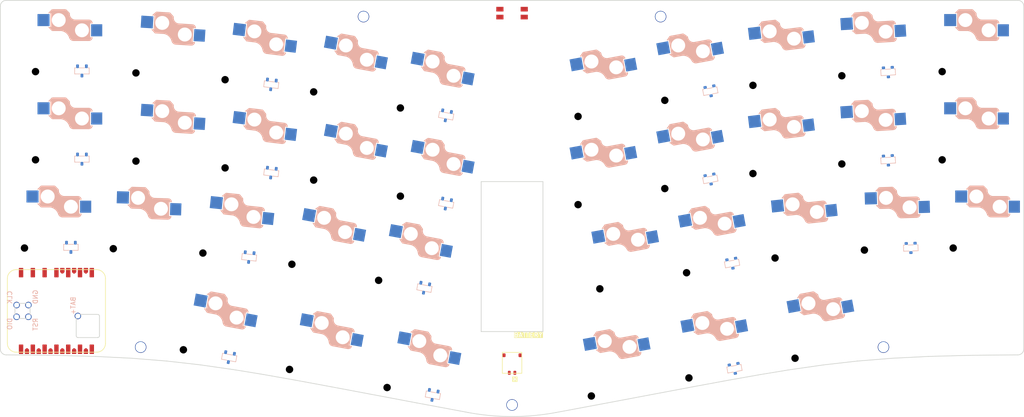
<source format=kicad_pcb>
(kicad_pcb (version 20241229) (generator "pcbnew") (generator_version "9.0")
  (title_block (title "motive") (rev "v1.0.0") (company "Unknown"))
  (layers (0 "F.Cu" signal) (2 "B.Cu" signal) (13 "F.Paste" user) (15 "B.Paste" user) (5 "F.SilkS" user) (7 "B.SilkS" user) (1 "F.Mask" user) (3 "B.Mask" user) (25 "Edge.Cuts" user))
  (net 0 "")
  (net 1 "P0.02")
  (net 2 "P0.03")
  (net 3 "P0.28")
  (net 4 "P0.29")
  (net 5 "P0.04")
  (net 6 "P0.05")
  (net 7 "P1.11")
  (net 8 "P1.12")
  (net 9 "P1.13")
  (net 10 "P1.14")
  (net 11 "P1.15")
  (net 12 "3V3")
  (net 13 "GND")
  (net 14 "5V")
  (net 15 "P0.15")
  (net 16 "P0.19")
  (net 17 "P1.01")
  (net 18 "P0.09")
  (net 19 "P0.10")
  (net 20 "P0.31")
  (net 21 "P1.03")
  (net 22 "P1.05")
  (net 23 "P1.07")
  (net 24 "DIO")
  (net 25 "CLK")
  (net 26 "RST")
  (net 27 "BAT+")
  (net 28 "C3")
  (net 29 "flex_thumb")
  (net 30 "mirror_flex_thumb")
  (net 31 "C4")
  (net 32 "base_thumb")
  (net 33 "mirror_base_thumb")
  (net 34 "C2")
  (net 35 "w_top")
  (net 36 "e_top")
  (net 37 "r_top")
  (net 38 "C5")
  (net 39 "t_top")
  (net 40 "mirror_w_top")
  (net 41 "mirror_e_top")
  (net 42 "mirror_r_top")
  (net 43 "mirror_t_top")
  (net 44 "s_home")
  (net 45 "d_home")
  (net 46 "f_home")
  (net 47 "g_home")
  (net 48 "mirror_s_home")
  (net 49 "mirror_d_home")
  (net 50 "mirror_f_home")
  (net 51 "mirror_g_home")
  (net 52 "C1")
  (net 53 "z_bottom")
  (net 54 "x_bottom")
  (net 55 "c_bottom")
  (net 56 "v_bottom")
  (net 57 "b_bottom")
  (net 58 "mirror_z_bottom")
  (net 59 "mirror_x_bottom")
  (net 60 "mirror_c_bottom")
  (net 61 "mirror_v_bottom")
  (net 62 "mirror_b_bottom")
  (net 63 "q_top")
  (net 64 "mirror_q_top")
  (net 65 "a_home")
  (net 66 "mirror_a_home")
  (net 67 "ext_thumb")
  (net 68 "mirror_ext_thumb")
  (net 69 "R1")
  (net 70 "R2")
  (net 71 "R3")
  (net 72 "R4")
  (net 73 "RAW")
  (footprint "sw_choc_1.25u" (layer "F.Cu") (at 195.298199 19)
    (property "Reference" "SW34" (hide yes))
    (property "Value" "")
    (pad "" np_thru_hole circle (at -5.5 0) (size 1.9 1.9) (drill 1.9) (layers "*.Cu"))
    (pad "" np_thru_hole circle (at -5 5.15) (size 1.6 1.6) (drill 1.6) (layers "*.Mask"))
    (pad "" np_thru_hole circle (at 0 -5.95) (size 3 3) (drill 3) (layers "*.Cu" "*.Mask"))
    (pad "" np_thru_hole circle (at 0 0) (size 5 5) (drill 5) (layers "*.Cu"))
    (pad "" np_thru_hole circle (at 5 -3.75 195) (size 3 3) (drill 3) (layers "*.Cu" "*.Mask"))
    (pad "" np_thru_hole circle (at 5.5 0) (size 1.9 1.9) (drill 1.9) (layers "*.Cu"))
    (pad "1" smd rect (at -3.275 -5.95) (size 2.6 2.6) (layers "B.Cu" "B.Mask" "B.Paste") (net 52 "C1"))
    (pad "2" smd rect (at 8.175 -3.75) (size 2.4 2.6) (layers "B.Cu" "B.Mask" "B.Paste") (net 66 "mirror_a_home"))
  )
  (footprint "sw_choc_1.25u" (layer "F.Cu") (at 195.298199 0)
    (property "Reference" "SW32" (hide yes))
    (property "Value" "")
    (pad "" np_thru_hole circle (at -5.5 0) (size 1.9 1.9) (drill 1.9) (layers "*.Cu"))
    (pad "" np_thru_hole circle (at -5 5.15) (size 1.6 1.6) (drill 1.6) (layers "*.Mask"))
    (pad "" np_thru_hole circle (at 0 -5.95) (size 3 3) (drill 3) (layers "*.Cu" "*.Mask"))
    (pad "" np_thru_hole circle (at 0 0) (size 5 5) (drill 5) (layers "*.Cu"))
    (pad "" np_thru_hole circle (at 5 -3.75 195) (size 3 3) (drill 3) (layers "*.Cu" "*.Mask"))
    (pad "" np_thru_hole circle (at 5.5 0) (size 1.9 1.9) (drill 1.9) (layers "*.Cu"))
    (pad "1" smd rect (at -3.275 -5.95) (size 2.6 2.6) (layers "B.Cu" "B.Mask" "B.Paste") (net 52 "C1"))
    (pad "2" smd rect (at 8.175 -3.75) (size 2.4 2.6) (layers "B.Cu" "B.Mask" "B.Paste") (net 64 "mirror_q_top"))
  )
  (footprint "sw_choc_1u" (layer "F.Cu") (at 153.871691 21.388493 7)
    (property "Reference" "SW18" (hide yes))
    (property "Value" "")
    (pad "" np_thru_hole circle (at -5.5 0 7) (size 1.9 1.9) (drill 1.9) (layers "*.Cu"))
    (pad "" np_thru_hole circle (at -5 5.15 7) (size 1.6 1.6) (drill 1.6) (layers "*.Mask"))
    (pad "" np_thru_hole circle (at 0 -5.95 7) (size 3 3) (drill 3) (layers "*.Cu" "*.Mask"))
    (pad "" np_thru_hole circle (at 0 0 7) (size 5 5) (drill 5) (layers "*.Cu"))
    (pad "" np_thru_hole circle (at 5 -3.75 202) (size 3 3) (drill 3) (layers "*.Cu" "*.Mask"))
    (pad "" np_thru_hole circle (at 5.5 0 7) (size 1.9 1.9) (drill 1.9) (layers "*.Cu"))
    (pad "1" smd rect (at -3.275 -5.95 7) (size 2.6 2.6) (layers "B.Cu" "B.Mask" "B.Paste") (net 28 "C3"))
    (pad "2" smd rect (at 8.175 -3.75 7) (size 2.4 2.6) (layers "B.Cu" "B.Mask" "B.Paste") (net 49 "mirror_d_home"))
  )
  (footprint "sw_choc_1u" (layer "F.Cu") (at 16.910685 38.294547 -1.75)
    (property "Reference" "SW22" (hide yes))
    (property "Value" "")
    (pad "" np_thru_hole circle (at -5.5 0 358.25) (size 1.9 1.9) (drill 1.9) (layers "*.Cu"))
    (pad "" np_thru_hole circle (at -5 5.15 358.25) (size 1.6 1.6) (drill 1.6) (layers "*.Mask"))
    (pad "" np_thru_hole circle (at 0 -5.95 358.25) (size 3 3) (drill 3) (layers "*.Cu" "*.Mask"))
    (pad "" np_thru_hole circle (at 0 0 358.25) (size 5 5) (drill 5) (layers "*.Cu"))
    (pad "" np_thru_hole circle (at 5 -3.75 193.25) (size 3 3) (drill 3) (layers "*.Cu" "*.Mask"))
    (pad "" np_thru_hole circle (at 5.5 0 358.25) (size 1.9 1.9) (drill 1.9) (layers "*.Cu"))
    (pad "1" smd rect (at -3.275 -5.95 358.25) (size 2.6 2.6) (layers "B.Cu" "B.Mask" "B.Paste") (net 34 "C2"))
    (pad "2" smd rect (at 8.175 -3.75 358.25) (size 2.4 2.6) (layers "B.Cu" "B.Mask" "B.Paste") (net 54 "x_bottom"))
  )
  (footprint "sw_choc_1u" (layer "F.Cu") (at 41.426508 21.388493 -7)
    (property "Reference" "SW14" (hide yes))
    (property "Value" "")
    (pad "" np_thru_hole circle (at -5.5 0 353) (size 1.9 1.9) (drill 1.9) (layers "*.Cu"))
    (pad "" np_thru_hole circle (at -5 5.15 353) (size 1.6 1.6) (drill 1.6) (layers "*.Mask"))
    (pad "" np_thru_hole circle (at 0 -5.95 353) (size 3 3) (drill 3) (layers "*.Cu" "*.Mask"))
    (pad "" np_thru_hole circle (at 0 0 353) (size 5 5) (drill 5) (layers "*.Cu"))
    (pad "" np_thru_hole circle (at 5 -3.75 188) (size 3 3) (drill 3) (layers "*.Cu" "*.Mask"))
    (pad "" np_thru_hole circle (at 5.5 0 353) (size 1.9 1.9) (drill 1.9) (layers "*.Cu"))
    (pad "1" smd rect (at -3.275 -5.95 353) (size 2.6 2.6) (layers "B.Cu" "B.Mask" "B.Paste") (net 28 "C3"))
    (pad "2" smd rect (at 8.175 -3.75 353) (size 2.4 2.6) (layers "B.Cu" "B.Mask" "B.Paste") (net 45 "d_home"))
  )
  (footprint "sw_choc_1u" (layer "F.Cu") (at 56.079836 42.497808 -10.5)
    (property "Reference" "SW24" (hide yes))
    (property "Value" "")
    (pad "" np_thru_hole circle (at -5.5 0 349.5) (size 1.9 1.9) (drill 1.9) (layers "*.Cu"))
    (pad "" np_thru_hole circle (at -5 5.15 349.5) (size 1.6 1.6) (drill 1.6) (layers "*.Mask"))
    (pad "" np_thru_hole circle (at 0 -5.95 349.5) (size 3 3) (drill 3) (layers "*.Cu" "*.Mask"))
    (pad "" np_thru_hole circle (at 0 0 349.5) (size 5 5) (drill 5) (layers "*.Cu"))
    (pad "" np_thru_hole circle (at 5 -3.75 184.5) (size 3 3) (drill 3) (layers "*.Cu" "*.Mask"))
    (pad "" np_thru_hole circle (at 5.5 0 349.5) (size 1.9 1.9) (drill 1.9) (layers "*.Cu"))
    (pad "1" smd rect (at -3.275 -5.95 349.5) (size 2.6 2.6) (layers "B.Cu" "B.Mask" "B.Paste") (net 31 "C4"))
    (pad "2" smd rect (at 8.175 -3.75 349.5) (size 2.4 2.6) (layers "B.Cu" "B.Mask" "B.Paste") (net 56 "v_bottom"))
  )
  (footprint "sw_choc_1u" (layer "F.Cu") (at 60.770097 24.365756 -10.5)
    (property "Reference" "SW15" (hide yes))
    (property "Value" "")
    (pad "" np_thru_hole circle (at -5.5 0 349.5) (size 1.9 1.9) (drill 1.9) (layers "*.Cu"))
    (pad "" np_thru_hole circle (at -5 5.15 349.5) (size 1.6 1.6) (drill 1.6) (layers "*.Mask"))
    (pad "" np_thru_hole circle (at 0 -5.95 349.5) (size 3 3) (drill 3) (layers "*.Cu" "*.Mask"))
    (pad "" np_thru_hole circle (at 0 0 349.5) (size 5 5) (drill 5) (layers "*.Cu"))
    (pad "" np_thru_hole circle (at 5 -3.75 184.5) (size 3 3) (drill 3) (layers "*.Cu" "*.Mask"))
    (pad "" np_thru_hole circle (at 5.5 0 349.5) (size 1.9 1.9) (drill 1.9) (layers "*.Cu"))
    (pad "1" smd rect (at -3.275 -5.95 349.5) (size 2.6 2.6) (layers "B.Cu" "B.Mask" "B.Paste") (net 31 "C4"))
    (pad "2" smd rect (at 8.175 -3.75 349.5) (size 2.4 2.6) (layers "B.Cu" "B.Mask" "B.Paste") (net 46 "f_home"))
  )
  (footprint "xiao_plus_smd_prod" (layer "F.Cu") (at -0.4995 56.7 90)
    (property "Reference" "MCU1" (hide yes))
    (property "Value" "")
    (fp_line (start -1.244 -8.9275) (end 1.244 -8.9275) (stroke (width 0.15)) (layer "Edge.Cuts"))
    (fp_line (start 1.625 -8.5465) (end 1.625 -6.0585) (stroke (width 0.15)) (layer "Edge.Cuts"))
    (fp_line (start -1.625 -6.0585) (end -1.625 -8.5465) (stroke (width 0.15)) (layer "Edge.Cuts"))
    (fp_line (start 1.244 -5.6775) (end -1.244 -5.6775) (stroke (width 0.15)) (layer "Edge.Cuts"))
    (fp_line (start -5.35692 4.2702) (end -1.11892 4.2702) (stroke (width 0.15)) (layer "Edge.Cuts"))
    (fp_line (start -0.73792 4.6512) (end -0.73792 8.8892) (stroke (width 0.15)) (layer "Edge.Cuts"))
    (fp_line (start -5.73792 8.8892) (end -5.73792 4.6512) (stroke (width 0.15)) (layer "Edge.Cuts"))
    (fp_line (start -1.11892 9.2702) (end -5.35692 9.2702) (stroke (width 0.15)) (layer "Edge.Cuts"))
    (fp_arc (start 1.244 -8.9275) (mid 1.513408 -8.815908) (end 1.625 -8.5465) (stroke (width 0.15)) (layer "Edge.Cuts"))
    (fp_arc (start -1.625 -8.5465) (mid -1.513408 -8.815908) (end -1.244 -8.9275) (stroke (width 0.15)) (layer "Edge.Cuts"))
    (fp_arc (start 1.625 -6.0585) (mid 1.513408 -5.789092) (end 1.244 -5.6775) (stroke (width 0.15)) (layer "Edge.Cuts"))
    (fp_arc (start -1.244 -5.6775) (mid -1.513408 -5.789093) (end -1.624999 -6.058501) (stroke (width 0.15)) (layer "Edge.Cuts"))
    (fp_arc (start -1.11892 4.2702) (mid -0.849512 4.381792) (end -0.73792 4.6512) (stroke (width 0.15)) (layer "Edge.Cuts"))
    (fp_arc (start -5.73792 4.6512) (mid -5.626328 4.381792) (end -5.35692 4.2702) (stroke (width 0.15)) (layer "Edge.Cuts"))
    (fp_arc (start -0.73792 8.8892) (mid -0.849512 9.158608) (end -1.11892 9.2702) (stroke (width 0.15)) (layer "Edge.Cuts"))
    (fp_arc (start -5.35692 9.2702) (mid -5.626328 9.158608) (end -5.73792 8.8892) (stroke (width 0.15)) (layer "Edge.Cuts"))
    (fp_text user "GND    RST" (at 4.644429 -3.932189 90) (layer "B.SilkS") (effects (justify left bottom mirror)))
    (fp_text user "CLK    DIO" (at 4.423684 -9.462446 90) (layer "B.SilkS") (effects (justify left bottom mirror)))
    (fp_text user "BAT+" (at 3.153965 4.202883 90) (layer "B.SilkS") (effects (justify left bottom mirror)))
    (pad "1" smd roundrect (at -8.255 -7.6165 270) (size 2.032 0.95) (layers "F.Cu" "F.Mask" "F.Paste") (roundrect_rratio 0.1) (net 1 "P0.02"))
    (pad "2" smd roundrect (at -8.255 -5.0765 270) (size 2.032 0.95) (layers "F.Cu" "F.Mask" "F.Paste") (roundrect_rratio 0.1) (net 2 "P0.03"))
    (pad "3" smd roundrect (at -8.255 -2.5365 270) (size 2.032 0.95) (layers "F.Cu" "F.Mask" "F.Paste") (roundrect_rratio 0.1) (net 3 "P0.28"))
    (pad "4" smd roundrect (at -8.255 0.0035 270) (size 2.032 0.95) (layers "F.Cu" "F.Mask" "F.Paste") (roundrect_rratio 0.1) (net 4 "P0.29"))
    (pad "5" smd roundrect (at -8.255 2.5435 270) (size 2.032 0.95) (layers "F.Cu" "F.Mask" "F.Paste") (roundrect_rratio 0.1) (net 5 "P0.04"))
    (pad "6" smd roundrect (at -8.255 5.0835 270) (size 2.032 0.95) (layers "F.Cu" "F.Mask" "F.Paste") (roundrect_rratio 0.1) (net 6 "P0.05"))
    (pad "7" smd roundrect (at -8.255 7.6235 270) (size 2.032 0.95) (layers "F.Cu" "F.Mask" "F.Paste") (roundrect_rratio 0.1) (net 7 "P1.11"))
    (pad "8" smd roundrect (at 8.255 7.6235 90) (size 2.032 0.95) (layers "F.Cu" "F.Mask" "F.Paste") (roundrect_rratio 0.1) (net 8 "P1.12"))
    (pad "9" smd roundrect (at 8.255 5.0835 90) (size 2.032 0.95) (layers "F.Cu" "F.Mask" "F.Paste") (roundrect_rratio 0.1) (net 9 "P1.13"))
    (pad "10" smd roundrect (at 8.255 2.5435 90) (size 2.032 0.95) (layers "F.Cu" "F.Mask" "F.Paste") (roundrect_rratio 0.1) (net 10 "P1.14"))
    (pad "11" smd roundrect (at 8.255 0.0035 90) (size 2.032 0.95) (layers "F.Cu" "F.Mask" "F.Paste") (roundrect_rratio 0.1) (net 11 "P1.15"))
    (pad "12" smd roundrect (at 8.255 -2.5365 90) (size 2.032 0.95) (layers "F.Cu" "F.Mask" "F.Paste") (roundrect_rratio 0.1) (net 12 "3V3"))
    (pad "13" smd roundrect (at 8.255 -5.0765 90) (size 2.032 0.95) (layers "F.Cu" "F.Mask" "F.Paste") (roundrect_rratio 0.1) (net 13 "GND"))
    (pad "14" smd roundrect (at 8.255 -7.6165 90) (size 2.032 0.95) (layers "F.Cu" "F.Mask" "F.Paste") (roundrect_rratio 0.1) (net 14 "5V"))
    (pad "15" smd roundrect (at -8.655 -6.3465 270) (size 1.232 0.95) (layers "F.Cu" "F.Mask" "F.Paste") (roundrect_rratio 0.1) (chamfer_ratio 0.35) (chamfer top_left bottom_left) (net 15 "P0.15"))
    (pad "16" smd roundrect (at -8.655 -3.8065 270) (size 1.232 0.95) (layers "F.Cu" "F.Mask" "F.Paste") (roundrect_rratio 0.1) (chamfer_ratio 0.35) (chamfer top_left bottom_left) (net 16 "P0.19"))
    (pad "17" smd roundrect (at -8.655 -1.2665 270) (size 1.232 0.95) (layers "F.Cu" "F.Mask" "F.Paste") (roundrect_rratio 0.1) (chamfer_ratio 0.35) (chamfer top_left bottom_left) (net 17 "P1.01"))
    (pad "18" smd roundrect (at -8.655 1.2735 270) (size 1.232 0.95) (layers "F.Cu" "F.Mask" "F.Paste") (roundrect_rratio 0.1) (chamfer_ratio 0.35) (chamfer top_left bottom_left) (net 18 "P0.09"))
    (pad "19" smd roundrect (at -8.655 3.8135 270) (size 1.232 0.95) (layers "F.Cu" "F.Mask" "F.Paste") (roundrect_rratio 0.1) (chamfer_ratio 0.35) (chamfer top_left bottom_left) (net 19 "P0.10"))
    (pad "20" smd roundrect (at -8.655 6.3535 270) (size 1.232 0.95) (layers "F.Cu" "F.Mask" "F.Paste") (roundrect_rratio 0.1) (chamfer_ratio 0.35) (chamfer top_left bottom_left) (net 20 "P0.31"))
    (pad "21" smd roundrect (at 8.655 6.3535 90) (size 1.232 0.95) (layers "F.Cu" "F.Mask" "F.Paste") (roundrect_rratio 0.1) (chamfer_ratio 0.35) (chamfer top_left bottom_left) (net 21 "P1.03"))
    (pad "22" smd roundrect (at 8.655 3.8135 90) (size 1.232 0.95) (layers "F.Cu" "F.Mask" "F.Paste") (roundrect_rratio 0.1) (chamfer_ratio 0.35) (chamfer top_left bottom_left) (net 22 "P1.05"))
    (pad "23" smd roundrect (at 8.655 1.2735 90) (size 1.232 0.95) (layers "F.Cu" "F.Mask" "F.Paste") (roundrect_rratio 0.1) (chamfer_ratio 0.35) (chamfer top_left bottom_left) (net 23 "P1.07"))
    (pad "24" thru_hole circle (at -1.27 -8.5725 90) (size 1.397 1.397) (drill 1.016) (property pad_prop_castellated) (layers "*.Cu" "*.Mask") (net 24 "DIO"))
    (pad "25" thru_hole circle (at 1.27 -8.5725 90) (size 1.397 1.397) (drill 1.016) (property pad_prop_castellated) (layers "*.Cu" "*.Mask") (net 25 "CLK"))
    (pad "26" thru_hole circle (at -1.27 -6.0325 90) (size 1.397 1.397) (drill 1.016) (property pad_prop_castellated) (layers "*.Cu" "*.Mask") (net 26 "RST"))
    (pad "27" thru_hole circle (at 1.27 -6.0325 90) (size 1.397 1.397) (drill 1.016) (property pad_prop_castellated) (layers "*.Cu" "*.Mask") (net 13 "GND"))
    (pad "28" thru_hole circle (at -1.08792 4.6202 90) (size 1.397 1.397) (drill 1.016) (property pad_prop_castellated) (layers "*.Cu" "*.Mask") (net 27 "BAT+"))
  )
  (footprint "sw_choc_1u" (layer "F.Cu") (at 139.218364 42.497808 10.5)
    (property "Reference" "SW29" (hide yes))
    (property "Value" "")
    (pad "" np_thru_hole circle (at -5.5 0 10.5) (size 1.9 1.9) (drill 1.9) (layers "*.Cu"))
    (pad "" np_thru_hole circle (at -5 5.15 10.5) (size 1.6 1.6) (drill 1.6) (layers "*.Mask"))
    (pad "" np_thru_hole circle (at 0 -5.95 10.5) (size 3 3) (drill 3) (layers "*.Cu" "*.Mask"))
    (pad "" np_thru_hole circle (at 0 0 10.5) (size 5 5) (drill 5) (layers "*.Cu"))
    (pad "" np_thru_hole circle (at 5 -3.750001 205.5) (size 3 3) (drill 3) (layers "*.Cu" "*.Mask"))
    (pad "" np_thru_hole circle (at 5.5 0 10.5) (size 1.9 1.9) (drill 1.9) (layers "*.Cu"))
    (pad "1" smd rect (at -3.275 -5.95 10.5) (size 2.6 2.6) (layers "B.Cu" "B.Mask" "B.Paste") (net 31 "C4"))
    (pad "2" smd rect (at 8.175 -3.75 10.5) (size 2.4 2.6) (layers "B.Cu" "B.Mask" "B.Paste") (net 61 "mirror_v_bottom"))
  )
  (footprint "sw_choc_1u" (layer "F.Cu") (at 79.45194 8.828231 -10.5)
    (property "Reference" "SW8" (hide yes))
    (property "Value" "")
    (pad "" np_thru_hole circle (at -5.5 0 349.5) (size 1.9 1.9) (drill 1.9) (layers "*.Cu"))
    (pad "" np_thru_hole circle (at -5 5.15 349.5) (size 1.6 1.6) (drill 1.6) (layers "*.Mask"))
    (pad "" np_thru_hole circle (at 0 -5.95 349.5) (size 3 3) (drill 3) (layers "*.Cu" "*.Mask"))
    (pad "" np_thru_hole circle (at 0 0 349.5) (size 5 5) (drill 5) (layers "*.Cu"))
    (pad "" np_thru_hole circle (at 5 -3.75 184.5) (size 3 3) (drill 3) (layers "*.Cu" "*.Mask"))
    (pad "" np_thru_hole circle (at 5.5 0 349.5) (size 1.9 1.9) (drill 1.9) (layers "*.Cu"))
    (pad "1" smd rect (at -3.275 -5.95 349.5) (size 2.6 2.6) (layers "B.Cu" "B.Mask" "B.Paste") (net 38 "C5"))
    (pad "2" smd rect (at 8.175 -3.75 349.5) (size 2.4 2.6) (layers "B.Cu" "B.Mask" "B.Paste") (net 39 "t_top"))
  )
  (footprint "mounting_hole" (layer "F.Cu") (at 129.6491 -6.7)
    (property "Reference" "H2" (hide yes))
    (property "Value" "")
    (pad "" thru_hole circle (at 0 0 180) (size 2.46 2.46) (drill 2.2) (layers "*.Cu" "*.Mask"))
  )
  (footprint "sw_choc_1u" (layer "F.Cu") (at 197.673199 38)
    (property "Reference" "SW26" (hide yes))
    (property "Value" "")
    (pad "" np_thru_hole circle (at -5.5 0) (size 1.9 1.9) (drill 1.9) (layers "*.Cu"))
    (pad "" np_thru_hole circle (at -5 5.15) (size 1.6 1.6) (drill 1.6) (layers "*.Mask"))
    (pad "" np_thru_hole circle (at 0 -5.95) (size 3 3) (drill 3) (layers "*.Cu" "*.Mask"))
    (pad "" np_thru_hole circle (at 0 0) (size 5 5) (drill 5) (layers "*.Cu"))
    (pad "" np_thru_hole circle (at 5 -3.75 195) (size 3 3) (drill 3) (layers "*.Cu" "*.Mask"))
    (pad "" np_thru_hole circle (at 5.5 0) (size 1.9 1.9) (drill 1.9) (layers "*.Cu"))
    (pad "1" smd rect (at -3.275 -5.95) (size 2.6 2.6) (layers "B.Cu" "B.Mask" "B.Paste") (net 52 "C1"))
    (pad "2" smd rect (at 8.175 -3.75) (size 2.4 2.6) (layers "B.Cu" "B.Mask" "B.Paste") (net 58 "mirror_z_bottom"))
  )
  (footprint "sw_choc_1u" (layer "F.Cu") (at 173.360957 19.597681 3.5)
    (property "Reference" "SW17" (hide yes))
    (property "Value" "")
    (pad "" np_thru_hole circle (at -5.5 0 3.5) (size 1.9 1.9) (drill 1.9) (layers "*.Cu"))
    (pad "" np_thru_hole circle (at -5 5.15 3.5) (size 1.6 1.6) (drill 1.6) (layers "*.Mask"))
    (pad "" np_thru_hole circle (at 0 -5.95 3.5) (size 3 3) (drill 3) (layers "*.Cu" "*.Mask"))
    (pad "" np_thru_hole circle (at 0 0 3.5) (size 5 5) (drill 5) (layers "*.Cu"))
    (pad "" np_thru_hole circle (at 5 -3.75 198.5) (size 3 3) (drill 3) (layers "*.Cu" "*.Mask"))
    (pad "" np_thru_hole circle (at 5.5 0 3.5) (size 1.9 1.9) (drill 1.9) (layers "*.Cu"))
    (pad "1" smd rect (at -3.275 -5.95 3.5) (size 2.6 2.6) (layers "B.Cu" "B.Mask" "B.Paste") (net 34 "C2"))
    (pad "2" smd rect (at 8.175 -3.75 3.5) (size 2.4 2.6) (layers "B.Cu" "B.Mask" "B.Paste") (net 48 "mirror_s_home"))
  )
  (footprint "mounting_hole" (layer "F.Cu") (at 17.6491 64.5)
    (property "Reference" "H3" (hide yes))
    (property "Value" "")
    (pad "" thru_hole circle (at 0 0 180) (size 2.46 2.46) (drill 2.2) (layers "*.Cu" "*.Mask"))
  )
  (footprint "sw_choc_1.25u" (layer "F.Cu") (at 118.710645 69.04644 10.5)
    (property "Reference" "SW36" (hide yes))
    (property "Value" "")
    (pad "" np_thru_hole circle (at -5.5 0 10.5) (size 1.9 1.9) (drill 1.9) (layers "*.Cu"))
    (pad "" np_thru_hole circle (at -5 5.15 10.5) (size 1.6 1.6) (drill 1.6) (layers "*.Mask"))
    (pad "" np_thru_hole circle (at 0 -5.95 10.5) (size 3 3) (drill 3) (layers "*.Cu" "*.Mask"))
    (pad "" np_thru_hole circle (at 0 0 10.5) (size 5 5) (drill 5) (layers "*.Cu"))
    (pad "" np_thru_hole circle (at 5 -3.750001 205.5) (size 3 3) (drill 3) (layers "*.Cu" "*.Mask"))
    (pad "" np_thru_hole circle (at 5.5 0 10.5) (size 1.9 1.9) (drill 1.9) (layers "*.Cu"))
    (pad "1" smd rect (at -3.275 -5.95 10.5) (size 2.6 2.6) (layers "B.Cu" "B.Mask" "B.Paste") (net 38 "C5"))
    (pad "2" smd rect (at 8.175 -3.75 10.5) (size 2.4 2.6) (layers "B.Cu" "B.Mask" "B.Paste") (net 68 "mirror_ext_thumb"))
  )
  (footprint "sw_choc_1u" (layer "F.Cu") (at 139.727719 65.151156 10.5)
    (property "Reference" "SW4" (hide yes))
    (property "Value" "")
    (pad "" np_thru_hole circle (at -5.5 0 10.5) (size 1.9 1.9) (drill 1.9) (layers "*.Cu"))
    (pad "" np_thru_hole circle (at -5 5.15 10.5) (size 1.6 1.6) (drill 1.6) (layers "*.Mask"))
    (pad "" np_thru_hole circle (at 0 -5.95 10.5) (size 3 3) (drill 3) (layers "*.Cu" "*.Mask"))
    (pad "" np_thru_hole circle (at 0 0 10.5) (size 5 5) (drill 5) (layers "*.Cu"))
    (pad "" np_thru_hole circle (at 5 -3.750001 205.5) (size 3 3) (drill 3) (layers "*.Cu" "*.Mask"))
    (pad "" np_thru_hole circle (at 5.5 0 10.5) (size 1.9 1.9) (drill 1.9) (layers "*.Cu"))
    (pad "1" smd rect (at -3.275 -5.95 10.5) (size 2.6 2.6) (layers "B.Cu" "B.Mask" "B.Paste") (net 31 "C4"))
    (pad "2" smd rect (at 8.175 -3.75 10.5) (size 2.4 2.6) (layers "B.Cu" "B.Mask" "B.Paste") (net 33 "mirror_base_thumb"))
  )
  (footprint "sw_choc_1u" (layer "F.Cu") (at 60.770097 5.365756 -10.5)
    (property "Reference" "SW7" (hide yes))
    (property "Value" "")
    (pad "" np_thru_hole circle (at -5.5 0 349.5) (size 1.9 1.9) (drill 1.9) (layers "*.Cu"))
    (pad "" np_thru_hole circle (at -5 5.15 349.5) (size 1.6 1.6) (drill 1.6) (layers "*.Mask"))
    (pad "" np_thru_hole circle (at 0 -5.95 349.5) (size 3 3) (drill 3) (layers "*.Cu" "*.Mask"))
    (pad "" np_thru_hole circle (at 0 0 349.5) (size 5 5) (drill 5) (layers "*.Cu"))
    (pad "" np_thru_hole circle (at 5 -3.75 184.5) (size 3 3) (drill 3) (layers "*.Cu" "*.Mask"))
    (pad "" np_thru_hole circle (at 5.5 0 349.5) (size 1.9 1.9) (drill 1.9) (layers "*.Cu"))
    (pad "1" smd rect (at -3.275 -5.95 349.5) (size 2.6 2.6) (layers "B.Cu" "B.Mask" "B.Paste") (net 31 "C4"))
    (pad "2" smd rect (at 8.175 -3.75 349.5) (size 2.4 2.6) (layers "B.Cu" "B.Mask" "B.Paste") (net 37 "r_top"))
  )
  (footprint "sw_choc_1.25u" (layer "F.Cu") (at 0 19)
    (property "Reference" "SW33" (hide yes))
    (property "Value" "")
    (pad "" np_thru_hole circle (at -5.5 0) (size 1.9 1.9) (drill 1.9) (layers "*.Cu"))
    (pad "" np_thru_hole circle (at -5 5.15) (size 1.6 1.6) (drill 1.6) (layers "*.Mask"))
    (pad "" np_thru_hole circle (at 0 -5.95) (size 3 3) (drill 3) (layers "*.Cu" "*.Mask"))
    (pad "" np_thru_hole circle (at 0 0) (size 5 5) (drill 5) (layers "*.Cu"))
    (pad "" np_thru_hole circle (at 5 -3.75 195) (size 3 3) (drill 3) (layers "*.Cu" "*.Mask"))
    (pad "" np_thru_hole circle (at 5.5 0) (size 1.9 1.9) (drill 1.9) (layers "*.Cu"))
    (pad "1" smd rect (at -3.275 -5.95) (size 2.6 2.6) (layers "B.Cu" "B.Mask" "B.Paste") (net 52 "C1"))
    (pad "2" smd rect (at 8.175 -3.75) (size 2.4 2.6) (layers "B.Cu" "B.Mask" "B.Paste") (net 65 "a_home"))
  )
  (footprint "mounting_hole" (layer "F.Cu") (at 97.6491 76.949)
    (property "Reference" "H4" (hide yes))
    (property "Value" "")
    (pad "" thru_hole circle (at 0 0 180) (size 2.46 2.46) (drill 2.2) (layers "*.Cu" "*.Mask"))
  )
  (footprint "sw_choc_1u" (layer "F.Cu") (at 115.846259 27.828231 10.5)
    (property "Reference" "SW20" (hide yes))
    (property "Value" "")
    (pad "" np_thru_hole circle (at -5.5 0 10.5) (size 1.9 1.9) (drill 1.9) (layers "*.Cu"))
    (pad "" np_thru_hole circle (at -5 5.15 10.5) (size 1.6 1.6) (drill 1.6) (layers "*.Mask"))
    (pad "" np_thru_hole circle (at 0 -5.95 10.5) (size 3 3) (drill 3) (layers "*.Cu" "*.Mask"))
    (pad "" np_thru_hole circle (at 0 0 10.5) (size 5 5) (drill 5) (layers "*.Cu"))
    (pad "" np_thru_hole circle (at 5 -3.750001 205.5) (size 3 3) (drill 3) (layers "*.Cu" "*.Mask"))
    (pad "" np_thru_hole circle (at 5.5 0 10.5) (size 1.9 1.9) (drill 1.9) (layers "*.Cu"))
    (pad "1" smd rect (at -3.275 -5.95 10.5) (size 2.6 2.6) (layers "B.Cu" "B.Mask" "B.Paste") (net 38 "C5"))
    (pad "2" smd rect (at 8.175 -3.75 10.5) (size 2.4 2.6) (layers "B.Cu" "B.Mask" "B.Paste") (net 51 "mirror_g_home"))
  )
  (footprint "sw_choc_1u" (layer "F.Cu") (at 178.387514 38.294547 1.75)
    (property "Reference" "SW27" (hide yes))
    (property "Value" "")
    (pad "" np_thru_hole circle (at -5.5 0 1.75) (size 1.9 1.9) (drill 1.9) (layers "*.Cu"))
    (pad "" np_thru_hole circle (at -5 5.15 1.75) (size 1.6 1.6) (drill 1.6) (layers "*.Mask"))
    (pad "" np_thru_hole circle (at 0 -5.95 1.75) (size 3 3) (drill 3) (layers "*.Cu" "*.Mask"))
    (pad "" np_thru_hole circle (at 0 0 1.75) (size 5 5) (drill 5) (layers "*.Cu"))
    (pad "" np_thru_hole circle (at 5 -3.75 196.75) (size 3 3) (drill 3) (layers "*.Cu" "*.Mask"))
    (pad "" np_thru_hole circle (at 5.5 0 1.75) (size 1.9 1.9) (drill 1.9) (layers "*.Cu"))
    (pad "1" smd rect (at -3.275 -5.95 1.75) (size 2.6 2.6) (layers "B.Cu" "B.Mask" "B.Paste") (net 34 "C2"))
    (pad "2" smd rect (at 8.175 -3.75 1.75) (size 2.4 2.6) (layers "B.Cu" "B.Mask" "B.Paste") (net 59 "mirror_x_bottom"))
  )
  (footprint "sw_choc_1u" (layer "F.Cu") (at 41.426508 2.388493 -7)
    (property "Reference" "SW6" (hide yes))
    (property "Value" "")
    (pad "" np_thru_hole circle (at -5.5 0 353) (size 1.9 1.9) (drill 1.9) (layers "*.Cu"))
    (pad "" np_thru_hole circle (at -5 5.15 353) (size 1.6 1.6) (drill 1.6) (layers "*.Mask"))
    (pad "" np_thru_hole circle (at 0 -5.95 353) (size 3 3) (drill 3) (layers "*.Cu" "*.Mask"))
    (pad "" np_thru_hole circle (at 0 0 353) (size 5 5) (drill 5) (layers "*.Cu"))
    (pad "" np_thru_hole circle (at 5 -3.75 188) (size 3 3) (drill 3) (layers "*.Cu" "*.Mask"))
    (pad "" np_thru_hole circle (at 5.5 0 353) (size 1.9 1.9) (drill 1.9) (layers "*.Cu"))
    (pad "1" smd rect (at -3.275 -5.95 353) (size 2.6 2.6) (layers "B.Cu" "B.Mask" "B.Paste") (net 28 "C3"))
    (pad "2" smd rect (at 8.175 -3.75 353) (size 2.4 2.6) (layers "B.Cu" "B.Mask" "B.Paste") (net 36 "e_top"))
  )
  (footprint "sw_choc_1u" (layer "F.Cu") (at 36.575538 39.648093 -6.125)
    (property "Reference" "SW23" (hide yes))
    (property "Value" "")
    (pad "" np_thru_hole circle (at -5.5 0 353.875) (size 1.9 1.9) (drill 1.9) (layers "*.Cu"))
    (pad "" np_thru_hole circle (at -5 5.150001 353.875) (size 1.6 1.6) (drill 1.6) (layers "*.Mask"))
    (pad "" np_thru_hole circle (at 0 -5.95 353.875) (size 3 3) (drill 3) (layers "*.Cu" "*.Mask"))
    (pad "" np_thru_hole circle (at 0 0 353.875) (size 5 5) (drill 5) (layers "*.Cu"))
    (pad "" np_thru_hole circle (at 5 -3.75 188.875) (size 3 3) (drill 3) (layers "*.Cu" "*.Mask"))
    (pad "" np_thru_hole circle (at 5.5 0 353.875) (size 1.9 1.9) (drill 1.9) (layers "*.Cu"))
    (pad "1" smd rect (at -3.275 -5.95 353.875) (size 2.6 2.6) (layers "B.Cu" "B.Mask" "B.Paste") (net 28 "C3"))
    (pad "2" smd rect (at 8.175 -3.75 353.875) (size 2.4 2.6) (layers "B.Cu" "B.Mask" "B.Paste") (net 55 "c_bottom"))
  )
  (footprint "sw_choc_1u" (layer "F.Cu") (at 79.45194 27.828231 -10.5)
    (property "Reference" "SW16" (hide yes))
    (property "Value" "")
    (pad "" np_thru_hole circle (at -5.5 0 349.5) (size 1.9 1.9) (drill 1.9) (layers "*.Cu"))
    (pad "" np_thru_hole circle (at -5 5.15 349.5) (size 1.6 1.6) (drill 1.6) (layers "*.Mask"))
    (pad "" np_thru_hole circle (at 0 -5.95 349.5) (size 3 3) (drill 3) (layers "*.Cu" "*.Mask"))
    (pad "" np_thru_hole circle (at 0 0 349.5) (size 5 5) (drill 5) (layers "*.Cu"))
    (pad "" np_thru_hole circle (at 5 -3.75 184.5) (size 3 3) (drill 3) (layers "*.Cu" "*.Mask"))
    (pad "" np_thru_hole circle (at 5.5 0 349.5) (size 1.9 1.9) (drill 1.9) (layers "*.Cu"))
    (pad "1" smd rect (at -3.275 -5.95 349.5) (size 2.6 2.6) (layers "B.Cu" "B.Mask" "B.Paste") (net 38 "C5"))
    (pad "2" smd rect (at 8.175 -3.75 349.5) (size 2.4 2.6) (layers "B.Cu" "B.Mask" "B.Paste") (net 47 "g_home"))
  )
  (footprint "sw_choc_1u" (layer "F.Cu") (at 21.937242 19.597681 -3.5)
    (property "Reference" "SW13" (hide yes))
    (property "Value" "")
    (pad "" np_thru_hole circle (at -5.5 0 356.5) (size 1.9 1.9) (drill 1.9) (layers "*.Cu"))
    (pad "" np_thru_hole circle (at -5 5.15 356.5) (size 1.6 1.6) (drill 1.6) (layers "*.Mask"))
    (pad "" np_thru_hole circle (at 0 -5.95 356.5) (size 3 3) (drill 3) (layers "*.Cu" "*.Mask"))
    (pad "" np_thru_hole circle (at 0 0 356.5) (size 5 5) (drill 5) (layers "*.Cu"))
    (pad "" np_thru_hole circle (at 5 -3.75 191.5) (size 3 3) (drill 3) (layers "*.Cu" "*.Mask"))
    (pad "" np_thru_hole circle (at 5.5 0 356.5) (size 1.9 1.9) (drill 1.9) (layers "*.Cu"))
    (pad "1" smd rect (at -3.275 -5.95 356.5) (size 2.6 2.6) (layers "B.Cu" "B.Mask" "B.Paste") (net 34 "C2"))
    (pad "2" smd rect (at 8.175 -3.75 356.5) (size 2.4 2.6) (layers "B.Cu" "B.Mask" "B.Paste") (net 44 "s_home"))
  )
  (footprint "mounting_hole" (layer "F.Cu") (at 65.6491 -6.7)
    (property "Reference" "H1" (hide yes))
    (property "Value" "")
    (pad "" thru_hole circle (at 0 0 180) (size 2.46 2.46) (drill 2.2) (layers "*.Cu" "*.Mask"))
  )
  (footprint "sw_choc_1u" (layer "F.Cu") (at 153.871691 2.388493 7)
    (property "Reference" "SW10" (hide yes))
    (property "Value" "")
    (pad "" np_thru_hole circle (at -5.5 0 7) (size 1.9 1.9) (drill 1.9) (layers "*.Cu"))
    (pad "" np_thru_hole circle (at -5 5.15 7) (size 1.6 1.6) (drill 1.6) (layers "*.Mask"))
    (pad "" np_thru_hole circle (at 0 -5.95 7) (size 3 3) (drill 3) (layers "*.Cu" "*.Mask"))
    (pad "" np_thru_hole circle (at 0 0 7) (size 5 5) (drill 5) (layers "*.Cu"))
    (pad "" np_thru_hole circle (at 5 -3.75 202) (size 3 3) (drill 3) (layers "*.Cu" "*.Mask"))
    (pad "" np_thru_hole circle (at 5.5 0 7) (size 1.9 1.9) (drill 1.9) (layers "*.Cu"))
    (pad "1" smd rect (at -3.275 -5.95 7) (size 2.6 2.6) (layers "B.Cu" "B.Mask" "B.Paste") (net 28 "C3"))
    (pad "2" smd rect (at 8.175 -3.75 7) (size 2.4 2.6) (layers "B.Cu" "B.Mask" "B.Paste") (net 41 "mirror_e_top"))
  )
  (footprint "sw_choc_1u" (layer "F.Cu") (at 173.360957 0.59768 3.5)
    (property "Reference" "SW9" (hide yes))
    (property "Value" "")
    (pad "" np_thru_hole circle (at -5.5 0 3.5) (size 1.9 1.9) (drill 1.9) (layers "*.Cu"))
    (pad "" np_thru_hole circle (at -5 5.15 3.5) (size 1.6 1.6) (drill 1.6) (layers "*.Mask"))
    (pad "" np_thru_hole circle (at 0 -5.95 3.5) (size 3 3) (drill 3) (layers "*.Cu" "*.Mask"))
    (pad "" np_thru_hole circle (at 0 0 3.5) (size 5 5) (drill 5) (layers "*.Cu"))
    (pad "" np_thru_hole circle (at 5 -3.75 198.5) (size 3 3) (drill 3) (layers "*.Cu" "*.Mask"))
    (pad "" np_thru_hole circle (at 5.5 0 3.5) (size 1.9 1.9) (drill 1.9) (layers "*.Cu"))
    (pad "1" smd rect (at -3.275 -5.95 3.5) (size 2.6 2.6) (layers "B.Cu" "B.Mask" "B.Paste") (net 34 "C2"))
    (pad "2" smd rect (at 8.175 -3.75 3.5) (size 2.4 2.6) (layers "B.Cu" "B.Mask" "B.Paste") (net 40 "mirror_w_top"))
  )
  (footprint "sw_choc_1.25u" (layer "F.Cu") (at 76.587554 69.04644 -10.5)
    (property "Reference" "SW35" (hide yes))
    (property "Value" "")
    (pad "" np_thru_hole circle (at -5.5 0 349.5) (size 1.9 1.9) (drill 1.9) (layers "*.Cu"))
    (pad "" np_thru_hole circle (at -5 5.15 349.5) (size 1.6 1.6) (drill 1.6) (layers "*.Mask"))
    (pad "" np_thru_hole circle (at 0 -5.95 349.5) (size 3 3) (drill 3) (layers "*.Cu" "*.Mask"))
    (pad "" np_thru_hole circle (at 0 0 349.5) (size 5 5) (drill 5) (layers "*.Cu"))
    (pad "" np_thru_hole circle (at 5 -3.75 184.5) (size 3 3) (drill 3) (layers "*.Cu" "*.Mask"))
    (pad "" np_thru_hole circle (at 5.5 0 349.5) (size 1.9 1.9) (drill 1.9) (layers "*.Cu"))
    (pad "1" smd rect (at -3.275 -5.95 349.5) (size 2.6 2.6) (layers "B.Cu" "B.Mask" "B.Paste") (net 38 "C5"))
    (pad "2" smd rect (at 8.175 -3.75 349.5) (size 2.4 2.6) (layers "B.Cu" "B.Mask" "B.Paste") (net 67 "ext_thumb"))
  )
  (footprint "sw_choc_1.25u" (layer "F.Cu") (at 0 0)
    (property "Reference" "SW31" (hide yes))
    (property "Value" "")
    (pad "" np_thru_hole circle (at -5.5 0) (size 1.9 1.9) (drill 1.9) (layers "*.Cu"))
    (pad "" np_thru_hole circle (at -5 5.15) (size 1.6 1.6) (drill 1.6) (layers "*.Mask"))
    (pad "" np_thru_hole circle (at 0 -5.95) (size 3 3) (drill 3) (layers "*.Cu" "*.Mask"))
    (pad "" np_thru_hole circle (at 0 0) (size 5 5) (drill 5) (layers "*.Cu"))
    (pad "" np_thru_hole circle (at 5 -3.75 195) (size 3 3) (drill 3) (layers "*.Cu" "*.Mask"))
    (pad "" np_thru_hole circle (at 5.5 0) (size 1.9 1.9) (drill 1.9) (layers "*.Cu"))
    (pad "1" smd rect (at -3.275 -5.95) (size 2.6 2.6) (layers "B.Cu" "B.Mask" "B.Paste") (net 52 "C1"))
    (pad "2" smd rect (at 8.175 -3.75) (size 2.4 2.6) (layers "B.Cu" "B.Mask" "B.Paste") (net 63 "q_top"))
  )
  (footprint "mounting_hole" (layer "F.Cu") (at 177.6491 64.5)
    (property "Reference" "H5" (hide yes))
    (property "Value" "")
    (pad "" thru_hole circle (at 0 0 180) (size 2.46 2.46) (drill 2.2) (layers "*.Cu" "*.Mask"))
  )
  (footprint "choc" (layer "F.Cu") (at 162.588395 60.91418 10.5)
    (property "Reference" "SW2" (hide yes))
    (property "Value" "")
    (pad "" np_thru_hole circle (at -5.5 0 10.5) (size 1.9 1.9) (drill 1.9) (layers "*.Cu"))
    (pad "" np_thru_hole circle (at -5 5.15 10.5) (size 1.6 1.6) (drill 1.6) (layers "*.Mask"))
    (pad "" np_thru_hole circle (at 0 -5.95 10.5) (size 3 3) (drill 3) (layers "*.Cu" "*.Mask"))
    (pad "" np_thru_hole circle (at 0 0 10.5) (size 5 5) (drill 5) (layers "*.Cu"))
    (pad "" np_thru_hole circle (at 5 -3.750001 205.5) (size 3 3) (drill 3) (layers "*.Cu" "*.Mask"))
    (pad "" np_thru_hole circle (at 5.5 0 10.5) (size 1.9 1.9) (drill 1.9) (layers "*.Cu"))
    (pad "1" smd rect (at -3.275 -5.95 10.5) (size 2.6 2.6) (layers "B.Cu" "B.Mask" "B.Paste") (net 28 "C3"))
    (pad "2" smd rect (at 8.175 -3.75 10.5) (size 2.4 2.6) (layers "B.Cu" "B.Mask" "B.Paste") (net 30 "mirror_flex_thumb"))
  )
  (footprint "sw_choc_1u" (layer "F.Cu") (at 158.722661 39.648093 6.125)
    (property "Reference" "SW28" (hide yes))
    (property "Value" "")
    (pad "" np_thru_hole circle (at -5.5 0 6.125) (size 1.9 1.9) (drill 1.9) (layers "*.Cu"))
    (pad "" np_thru_hole circle (at -5 5.15 6.125) (size 1.6 1.6) (drill 1.6) (layers "*.Mask"))
    (pad "" np_thru_hole circle (at 0 -5.95 6.125) (size 3 3) (drill 3) (layers "*.Cu" "*.Mask"))
    (pad "" np_thru_hole circle (at 0 0 6.125) (size 5 5) (drill 5) (layers "*.Cu"))
    (pad "" np_thru_hole circle (at 5 -3.75 201.125) (size 3 3) (drill 3) (layers "*.Cu" "*.Mask"))
    (pad "" np_thru_hole circle (at 5.5 0 6.125) (size 1.9 1.9) (drill 1.9) (layers "*.Cu"))
    (pad "1" smd rect (at -3.275 -5.95 6.125) (size 2.6 2.6) (layers "B.Cu" "B.Mask" "B.Paste") (net 28 "C3"))
    (pad "2" smd rect (at 8.175 -3.75 6.125) (size 2.4 2.6) (layers "B.Cu" "B.Mask" "B.Paste") (net 60 "mirror_c_bottom"))
  )
  (footprint "sw_choc_1u" (layer "F.Cu") (at -2.375 38)
    (property "Reference" "SW21" (hide yes))
    (property "Value" "")
    (pad "" np_thru_hole circle (at -5.5 0) (size 1.9 1.9) (drill 1.9) (layers "*.Cu"))
    (pad "" np_thru_hole circle (at -5 5.15) (size 1.6 1.6) (drill 1.6) (layers "*.Mask"))
    (pad "" np_thru_hole circle (at 0 -5.95) (size 3 3) (drill 3) (layers "*.Cu" "*.Mask"))
    (pad "" np_thru_hole circle (at 0 0) (size 5 5) (drill 5) (layers "*.Cu"))
    (pad "" np_thru_hole circle (at 5 -3.75 195) (size 3 3) (drill 3) (layers "*.Cu" "*.Mask"))
    (pad "" np_thru_hole circle (at 5.5 0) (size 1.9 1.9) (drill 1.9) (layers "*.Cu"))
    (pad "1" smd rect (at -3.275 -5.95) (size 2.6 2.6) (layers "B.Cu" "B.Mask" "B.Paste") (net 52 "C1"))
    (pad "2" smd rect (at 8.175 -3.75) (size 2.4 2.6) (layers "B.Cu" "B.Mask" "B.Paste") (net 53 "z_bottom"))
  )
  (footprint "sw_choc_1u" (layer "F.Cu") (at 120.53652 45.960283 10.5)
    (property "Reference" "SW30" (hide yes))
    (property "Value" "")
    (pad "" np_thru_hole circle (at -5.5 0 10.5) (size 1.9 1.9) (drill 1.9) (layers "*.Cu"))
    (pad "" np_thru_hole circle (at -5 5.15 10.5) (size 1.6 1.6) (drill 1.6) (layers "*.Mask"))
    (pad "" np_thru_hole circle (at 0 -5.95 10.5) (size 3 3) (drill 3) (layers "*.Cu" "*.Mask"))
    (pad "" np_thru_hole circle (at 0 0 10.5) (size 5 5) (drill 5) (layers "*.Cu"))
    (pad "" np_thru_hole circle (at 5 -3.750001 205.5) (size 3 3) (drill 3) (layers "*.Cu" "*.Mask"))
    (pad "" np_thru_hole circle (at 5.5 0 10.5) (size 1.9 1.9) (drill 1.9) (layers "*.Cu"))
    (pad "1" smd rect (at -3.275 -5.95 10.5) (size 2.6 2.6) (layers "B.Cu" "B.Mask" "B.Paste") (net 38 "C5"))
    (pad "2" smd rect (at 8.175 -3.75 10.5) (size 2.4 2.6) (layers "B.Cu" "B.Mask" "B.Paste") (net 62 "mirror_b_bottom"))
  )
  (footprint "1:conn_molex_pico_front" (layer "F.Cu") (at 97.6491 68.15 180)
    (property "Reference" "XX2" (hide yes))
    (property "Value" "" (hide yes))
    (fp_text user "+" (at -1.32 -2.75 180) (layer "F.SilkS" knockout) (effects (justify left bottom)))
    (pad "1" smd roundrect (at -0.6 -1.875 180) (size 0.6 0.85) (layers "F.Cu" "F.Mask" "F.Paste") (net 73 "RAW"))
    (pad "2" smd roundrect (at 0.6 -1.875 180) (size 0.6 0.85) (layers "F.Cu" "F.Mask" "F.Paste") (net 13 "GND"))
    (pad "MP" smd roundrect (at -1.75 1.9 180) (size 0.7 0.8) (layers "F.Cu" "F.Mask" "F.Paste"))
    (pad "MP" smd roundrect (at 1.75 1.9 180) (size 0.7 0.8) (layers "F.Cu" "F.Mask" "F.Paste"))
  )
  (footprint "sw_choc_1u" (layer "F.Cu") (at 115.846259 8.828231 10.5)
    (property "Reference" "SW12" (hide yes))
    (property "Value" "")
    (pad "" np_thru_hole circle (at -5.5 0 10.5) (size 1.9 1.9) (drill 1.9) (layers "*.Cu"))
    (pad "" np_thru_hole circle (at -5 5.15 10.5) (size 1.6 1.6) (drill 1.6) (layers "*.Mask"))
    (pad "" np_thru_hole circle (at 0 -5.95 10.5) (size 3 3) (drill 3) (layers "*.Cu" "*.Mask"))
    (pad "" np_thru_hole circle (at 0 0 10.5) (size 5 5) (drill 5) (layers "*.Cu"))
    (pad "" np_thru_hole circle (at 5 -3.750001 205.5) (size 3 3) (drill 3) (layers "*.Cu" "*.Mask"))
    (pad "" np_thru_hole circle (at 5.5 0 10.5) (size 1.9 1.9) (drill 1.9) (layers "*.Cu"))
    (pad "1" smd rect (at -3.275 -5.95 10.5) (size 2.6 2.6) (layers "B.Cu" "B.Mask" "B.Paste") (net 38 "C5"))
    (pad "2" smd rect (at 8.175 -3.75 10.5) (size 2.4 2.6) (layers "B.Cu" "B.Mask" "B.Paste") (net 43 "mirror_t_top"))
  )
  (footprint "sw_choc_1u" (layer "F.Cu") (at 134.528102 24.365756 10.5)
    (property "Reference" "SW19" (hide yes))
    (property "Value" "")
    (pad "" np_thru_hole circle (at -5.5 0 10.5) (size 1.9 1.9) (drill 1.9) (layers "*.Cu"))
    (pad "" np_thru_hole circle (at -5 5.15 10.5) (size 1.6 1.6) (drill 1.6) (layers "*.Mask"))
    (pad "" np_thru_hole circle (at 0 -5.95 10.5) (size 3 3) (drill 3) (layers "*.Cu" "*.Mask"))
    (pad "" np_thru_hole circle (at 0 0 10.5) (size 5 5) (drill 5) (layers "*.Cu"))
    (pad "" np_thru_hole circle (at 5 -3.750001 205.5) (size 3 3) (drill 3) (layers "*.Cu" "*.Mask"))
    (pad "" np_thru_hole circle (at 5.5 0 10.5) (size 1.9 1.9) (drill 1.9) (layers "*.Cu"))
    (pad "1" smd rect (at -3.275 -5.95 10.5) (size 2.6 2.6) (layers "B.Cu" "B.Mask" "B.Paste") (net 31 "C4"))
    (pad "2" smd rect (at 8.175 -3.75 10.5) (size 2.4 2.6) (layers "B.Cu" "B.Mask" "B.Paste") (net 50 "mirror_f_home"))
  )
  (footprint "sw_choc_1u" (layer "F.Cu") (at 55.57048 65.151156 -10.5)
    (property "Reference" "SW3" (hide yes))
    (property "Value" "")
    (pad "" np_thru_hole circle (at -5.5 0 349.5) (size 1.9 1.9) (drill 1.9) (layers "*.Cu"))
    (pad "" np_thru_hole circle (at -5 5.15 349.5) (size 1.6 1.6) (drill 1.6) (layers "*.Mask"))
    (pad "" np_thru_hole circle (at 0 -5.95 349.5) (size 3 3) (drill 3) (layers "*.Cu" "*.Mask"))
    (pad "" np_thru_hole circle (at 0 0 349.5) (size 5 5) (drill 5) (layers "*.Cu"))
    (pad "" np_thru_hole circle (at 5 -3.75 184.5) (size 3 3) (drill 3) (layers "*.Cu" "*.Mask"))
    (pad "" np_thru_hole circle (at 5.5 0 349.5) (size 1.9 1.9) (drill 1.9) (layers "*.Cu"))
    (pad "1" smd rect (at -3.275 -5.95 349.5) (size 2.6 2.6) (layers "B.Cu" "B.Mask" "B.Paste") (net 31 "C4"))
    (pad "2" smd rect (at 8.175 -3.75 349.5) (size 2.4 2.6) (layers "B.Cu" "B.Mask" "B.Paste") (net 32 "base_thumb"))
  )
  (footprint "sw_choc_1u" (layer "F.Cu") (at 21.937242 0.59768 -3.5)
    (property "Reference" "SW5" (hide yes))
    (property "Value" "")
    (pad "" np_thru_hole circle (at -5.5 0 356.5) (size 1.9 1.9) (drill 1.9) (layers "*.Cu"))
    (pad "" np_thru_hole circle (at -5 5.15 356.5) (size 1.6 1.6) (drill 1.6) (layers "*.Mask"))
    (pad "" np_thru_hole circle (at 0 -5.95 356.5) (size 3 3) (drill 3) (layers "*.Cu" "*.Mask"))
    (pad "" np_thru_hole circle (at 0 0 356.5) (size 5 5) (drill 5) (layers "*.Cu"))
    (pad "" np_thru_hole circle (at 5 -3.75 191.5) (size 3 3) (drill 3) (layers "*.Cu" "*.Mask"))
    (pad "" np_thru_hole circle (at 5.5 0 356.5) (size 1.9 1.9) (drill 1.9) (layers "*.Cu"))
    (pad "1" smd rect (at -3.275 -5.95 356.5) (size 2.6 2.6) (layers "B.Cu" "B.Mask" "B.Paste") (net 34 "C2"))
    (pad "2" smd rect (at 8.175 -3.75 356.5) (size 2.4 2.6) (layers "B.Cu" "B.Mask" "B.Paste") (net 35 "w_top"))
  )
  (footprint "sw_reset_side" (layer "F.Cu") (at 97.6491 -7.45)
    (property "Reference" "XX1" (hide yes))
    (property "Value" "")
    (pad "" np_thru_hole circle (at 0 -1.375 180) (size 0.75 0.75) (drill 0.75) (layers "*.Cu" "*.Mask"))
    (pad "" np_thru_hole circle (at 0 1.375 180) (size 0.75 0.75) (drill 0.75) (layers "*.Cu" "*.Mask"))
    (pad "1" smd rect (at 2.625 -0.85 180) (size 1.55 1) (layers "F.Cu" "F.Mask" "F.Paste") (net 13 "GND"))
    (pad "2" smd rect (at 2.625 0.85 180) (size 1.55 1) (layers "F.Cu" "F.Mask" "F.Paste") (net 26 "RST"))
    (pad "3" smd rect (at -2.625 -0.85 180) (size 1.55 1) (layers "F.Cu" "F.Mask" "F.Paste") (net 13 "GND"))
    (pad "4" smd rect (at -2.625 0.85 180) (size 1.55 1) (layers "F.Cu" "F.Mask" "F.Paste") (net 26 "RST"))
  )
  (footprint "pcb_shape" (layer "F.Cu") (at 0 0)
    (property "Reference" "EC1" (hide yes))
    (property "Value" "")
    (fp_line (start -12.575 -8.949998) (end -12.575 64.911298) (stroke (width 0.15)) (layer "Edge.Cuts"))
    (fp_line (start -11.326101 66.161299) (end -1.03077 66.261528) (stroke (width 0.15)) (layer "Edge.Cuts"))
    (fp_line (start -11.324999 -10.2) (end 206.6232 -10.2) (stroke (width 0.15)) (layer "Edge.Cuts"))
    (fp_line (start -1.03077 66.261528) (end 7.901166 66.498377) (stroke (width 0.15)) (layer "Edge.Cuts"))
    (fp_line (start 7.901166 66.498377) (end 15.872508 66.901151) (stroke (width 0.15)) (layer "Edge.Cuts"))
    (fp_line (start 15.872508 66.901151) (end 23.281004 67.49891) (stroke (width 0.15)) (layer "Edge.Cuts"))
    (fp_line (start 23.281004 67.49891) (end 30.51736 68.319453) (stroke (width 0.15)) (layer "Edge.Cuts"))
    (fp_line (start 30.51736 68.319453) (end 37.971492 69.388457) (stroke (width 0.15)) (layer "Edge.Cuts"))
    (fp_line (start 37.971492 69.388457) (end 44.23959 70.419299) (stroke (width 0.15)) (layer "Edge.Cuts"))
    (fp_line (start 44.23959 70.419299) (end 51.08305 71.632118) (stroke (width 0.15)) (layer "Edge.Cuts"))
    (fp_line (start 51.08305 71.632118) (end 58.700691 73.040555) (stroke (width 0.15)) (layer "Edge.Cuts"))
    (fp_line (start 58.700691 73.040555) (end 67.291954 74.658596) (stroke (width 0.15)) (layer "Edge.Cuts"))
    (fp_line (start 67.291954 74.658596) (end 77.056506 76.500462) (stroke (width 0.15)) (layer "Edge.Cuts"))
    (fp_line (start 77.056506 76.500462) (end 88.193036 78.580246) (stroke (width 0.15)) (layer "Edge.Cuts"))
    (fp_line (start 118.241693 76.500462) (end 107.105152 78.580248) (stroke (width 0.15)) (layer "Edge.Cuts"))
    (fp_line (start 128.006245 74.658596) (end 118.241693 76.500462) (stroke (width 0.15)) (layer "Edge.Cuts"))
    (fp_line (start 136.597508 73.040555) (end 128.006245 74.658596) (stroke (width 0.15)) (layer "Edge.Cuts"))
    (fp_line (start 144.215149 71.632118) (end 136.597508 73.040555) (stroke (width 0.15)) (layer "Edge.Cuts"))
    (fp_line (start 151.058609 70.419299) (end 144.215149 71.632118) (stroke (width 0.15)) (layer "Edge.Cuts"))
    (fp_line (start 157.326707 69.388457) (end 151.058609 70.419299) (stroke (width 0.15)) (layer "Edge.Cuts"))
    (fp_line (start 164.780839 68.319453) (end 157.326707 69.388457) (stroke (width 0.15)) (layer "Edge.Cuts"))
    (fp_line (start 172.017195 67.49891) (end 164.780839 68.319453) (stroke (width 0.15)) (layer "Edge.Cuts"))
    (fp_line (start 179.425691 66.901151) (end 172.017195 67.49891) (stroke (width 0.15)) (layer "Edge.Cuts"))
    (fp_line (start 187.397033 66.498377) (end 179.425691 66.901151) (stroke (width 0.15)) (layer "Edge.Cuts"))
    (fp_line (start 196.328969 66.261528) (end 187.397033 66.498377) (stroke (width 0.15)) (layer "Edge.Cuts"))
    (fp_line (start 206.624415 66.161298) (end 196.328969 66.261528) (stroke (width 0.15)) (layer "Edge.Cuts"))
    (fp_line (start 207.873199 -8.95) (end 207.873199 64.9113) (stroke (width 0.15)) (layer "Edge.Cuts"))
    (fp_arc (start -12.575 -8.949998) (mid -12.208884 -9.833882) (end -11.325 -10.2) (stroke (width 0.15)) (layer "Edge.Cuts"))
    (fp_arc (start -11.326101 66.161299) (mid -12.209272 65.794793) (end -12.574999 64.911299) (stroke (width 0.15)) (layer "Edge.Cuts"))
    (fp_arc (start 107.105152 78.580248) (mid 97.649137 79.44917) (end 88.193121 78.580262) (stroke (width 0.15)) (layer "Edge.Cuts"))
    (fp_arc (start 206.6232 -10.2) (mid 207.507083 -9.833883) (end 207.8732 -8.95) (stroke (width 0.15)) (layer "Edge.Cuts"))
    (fp_arc (start 207.873199 64.9113) (mid 207.507512 65.794753) (end 206.624415 66.161298) (stroke (width 0.15)) (layer "Edge.Cuts"))
  )
  (footprint "sw_choc_1u" (layer "F.Cu") (at 134.528102 5.365756 10.5)
    (property "Reference" "SW11" (hide yes))
    (property "Value" "")
    (pad "" np_thru_hole circle (at -5.5 0 10.5) (size 1.9 1.9) (drill 1.9) (layers "*.Cu"))
    (pad "" np_thru_hole circle (at -5 5.15 10.5) (size 1.6 1.6) (drill 1.6) (layers "*.Mask"))
    (pad "" np_thru_hole circle (at 0 -5.95 10.5) (size 3 3) (drill 3) (layers "*.Cu" "*.Mask"))
    (pad "" np_thru_hole circle (at 0 0 10.5) (size 5 5) (drill 5) (layers "*.Cu"))
    (pad "" np_thru_hole circle (at 5 -3.750001 205.5) (size 3 3) (drill 3) (layers "*.Cu" "*.Mask"))
    (pad "" np_thru_hole circle (at 5.5 0 10.5) (size 1.9 1.9) (drill 1.9) (layers "*.Cu"))
    (pad "1" smd rect (at -3.275 -5.95 10.5) (size 2.6 2.6) (layers "B.Cu" "B.Mask" "B.Paste") (net 31 "C4"))
    (pad "2" smd rect (at 8.175 -3.75 10.5) (size 2.4 2.6) (layers "B.Cu" "B.Mask" "B.Paste") (net 42 "mirror_r_top"))
  )
  (footprint "sw_choc_1u" (layer "F.Cu") (at 74.761679 45.960283 -10.5)
    (property "Reference" "SW25" (hide yes))
    (property "Value" "")
    (pad "" np_thru_hole circle (at -5.5 0 349.5) (size 1.9 1.9) (drill 1.9) (layers "*.Cu"))
    (pad "" np_thru_hole circle (at -5 5.15 349.5) (size 1.6 1.6) (drill 1.6) (layers "*.Mask"))
    (pad "" np_thru_hole circle (at 0 -5.95 349.5) (size 3 3) (drill 3) (layers "*.Cu" "*.Mask"))
    (pad "" np_thru_hole circle (at 0 0 349.5) (size 5 5) (drill 5) (layers "*.Cu"))
    (pad "" np_thru_hole circle (at 5 -3.75 184.5) (size 3 3) (drill 3) (layers "*.Cu" "*.Mask"))
    (pad "" np_thru_hole circle (at 5.5 0 349.5) (size 1.9 1.9) (drill 1.9) (layers "*.Cu"))
    (pad "1" smd rect (at -3.275 -5.95 349.5) (size 2.6 2.6) (layers "B.Cu" "B.Mask" "B.Paste") (net 38 "C5"))
    (pad "2" smd rect (at 8.175 -3.75 349.5) (size 2.4 2.6) (layers "B.Cu" "B.Mask" "B.Paste") (net 57 "b_bottom"))
  )
  (footprint "choc" (layer "F.Cu") (at 32.709804 60.91418 -10.5)
    (property "Reference" "SW1" (hide yes))
    (property "Value" "")
    (pad "" np_thru_hole circle (at -5.5 0 349.5) (size 1.9 1.9) (drill 1.9) (layers "*.Cu"))
    (pad "" np_thru_hole circle (at -5 5.15 349.5) (size 1.6 1.6) (drill 1.6) (layers "*.Mask"))
    (pad "" np_thru_hole circle (at 0 -5.95 349.5) (size 3 3) (drill 3) (layers "*.Cu" "*.Mask"))
    (pad "" np_thru_hole circle (at 0 0 349.5) (size 5 5) (drill 5) (layers "*.Cu"))
    (pad "" np_thru_hole circle (at 5 -3.75 184.5) (size 3 3) (drill 3) (layers "*.Cu" "*.Mask"))
    (pad "" np_thru_hole circle (at 5.5 0 349.5) (size 1.9 1.9) (drill 1.9) (layers "*.Cu"))
    (pad "1" smd rect (at -3.275 -5.95 349.5) (size 2.6 2.6) (layers "B.Cu" "B.Mask" "B.Paste") (net 28 "C3"))
    (pad "2" smd rect (at 8.175 -3.75 349.5) (size 2.4 2.6) (layers "B.Cu" "B.Mask" "B.Paste") (net 29 "flex_thumb"))
  )
  (footprint "SOT-23" (layer "B.Cu") (at 178.656874 24.283112 -176.5)
    (property "Reference" "D14" (hide yes))
    (property "Value" "")
    (pad "1" smd roundrect (at 0.95 1 183.5) (size 0.7 0.6) (layers "B.Cu" "B.Mask" "B.Paste") (net 48 "mirror_s_home"))
    (pad "2" smd roundrect (at -0.95 1 183.5) (size 0.7 0.6) (layers "B.Cu" "B.Mask" "B.Paste") (net 66 "mirror_a_home"))
    (pad "3" smd roundrect (at 0 -1 183.5) (size 0.7 0.6) (layers "B.Cu" "B.Mask" "B.Paste") (net 70 "R2"))
  )
  (footprint "SOT-23" (layer "B.Cu") (at 140.355554 9.370853 -169.5)
    (property "Reference" "D13" (hide yes))
    (property "Value" "")
    (pad "1" smd roundrect (at 0.95 1 190.5) (size 0.7 0.6) (layers "B.Cu" "B.Mask" "B.Paste") (net 42 "mirror_r_top"))
    (pad "2" smd roundrect (at -0.95 1 190.5) (size 0.7 0.6) (layers "B.Cu" "B.Mask" "B.Paste") (net 41 "mirror_e_top"))
    (pad "3" smd roundrect (at 0 -1 190.5) (size 0.7 0.6) (layers "B.Cu" "B.Mask" "B.Paste") (net 69 "R1"))
  )
  (footprint "SOT-23" (layer "B.Cu") (at 2.625 43 180)
    (property "Reference" "D7" (hide yes))
    (property "Value" "")
    (pad "1" smd roundrect (at 0.95 1 180) (size 0.6 0.8) (layers "B.Cu" "B.Mask" "B.Paste") (net 53 "z_bottom"))
    (pad "2" smd roundrect (at -0.95 1 180) (size 0.6 0.8) (layers "B.Cu" "B.Mask" "B.Paste") (net 54 "x_bottom"))
    (pad "3" smd roundrect (at 0 -1 180) (size 0.6 0.8) (layers "B.Cu" "B.Mask" "B.Paste") (net 71 "R3"))
  )
  (footprint "SOT-23" (layer "B.Cu") (at 45.779892 7.96057 173)
    (property "Reference" "D2" (hide yes))
    (property "Value" "")
    (pad "1" smd roundrect (at 0.95 1 173) (size 0.6 0.8) (layers "B.Cu" "B.Mask" "B.Paste") (net 36 "e_top"))
    (pad "2" smd roundrect (at -0.95 1 173) (size 0.6 0.8) (layers "B.Cu" "B.Mask" "B.Paste") (net 37 "r_top"))
    (pad "3" smd roundrect (at 0 -1 173) (size 0.6 0.8) (layers "B.Cu" "B.Mask" "B.Paste") (net 69 "R1"))
  )
  (footprint "SOT-23" (layer "B.Cu") (at 36.714901 66.741632 169.5)
    (property "Reference" "D10" (hide yes))
    (property "Value" "")
    (pad "1" smd roundrect (at 0.95 1 169.5) (size 0.6 0.8) (layers "B.Cu" "B.Mask" "B.Paste") (net 29 "flex_thumb"))
    (pad "2" smd roundrect (at -0.95 1 169.5) (size 0.6 0.8) (layers "B.Cu" "B.Mask" "B.Paste") (net 32 "base_thumb"))
    (pad "3" smd roundrect (at 0 -1 169.5) (size 0.6 0.8) (layers "B.Cu" "B.Mask" "B.Paste") (net 72 "R4"))
  )
  (footprint "SOT-23" (layer "B.Cu") (at 83.457037 33.655683 169.5)
    (property "Reference" "D6" (hide yes))
    (property "Value" "")
    (pad "1" smd roundrect (at 0.95 1 169.5) (size 0.6 0.8) (layers "B.Cu" "B.Mask" "B.Paste") (net 47 "g_home"))
    (pad "2" smd roundrect (at -0.95 1 169.5) (size 0.6 0.8) (layers "B.Cu" "B.Mask" "B.Paste") (net 51 "mirror_g_home"))
    (pad "3" smd roundrect (at 0 -1 169.5) (size 0.6 0.8) (layers "B.Cu" "B.Mask" "B.Paste") (net 70 "R2"))
  )
  (footprint "SOT-23" (layer "B.Cu") (at 83.457037 14.655683 169.5)
    (property "Reference" "D3" (hide yes))
    (property "Value" "")
    (pad "1" smd roundrect (at 0.95 1 169.5) (size 0.6 0.8) (layers "B.Cu" "B.Mask" "B.Paste") (net 39 "t_top"))
    (pad "2" smd roundrect (at -0.95 1 169.5) (size 0.6 0.8) (layers "B.Cu" "B.Mask" "B.Paste") (net 43 "mirror_t_top"))
    (pad "3" smd roundrect (at 0 -1 169.5) (size 0.6 0.8) (layers "B.Cu" "B.Mask" "B.Paste") (net 69 "R1"))
  )
  (footprint "SOT-23" (layer "B.Cu") (at 41.013505 45.15304 173.875)
    (property "Reference" "D8" (hide yes))
    (property "Value" "")
    (pad "1" smd roundrect (at 0.95 1 173.875) (size 0.6 0.8) (layers "B.Cu" "B.Mask" "B.Paste") (net 55 "c_bottom"))
    (pad "2" smd roundrect (at -0.95 1 173.875) (size 0.6 0.8) (layers "B.Cu" "B.Mask" "B.Paste") (net 56 "v_bottom"))
    (pad "3" smd roundrect (at 0 -1 173.875) (size 0.6 0.8) (layers "B.Cu" "B.Mask" "B.Paste") (net 71 "R3"))
  )
  (footprint "SOT-23" (layer "B.Cu") (at 5 5 180)
    (property "Reference" "D1" (hide yes))
    (property "Value" "")
    (pad "1" smd roundrect (at 0.95 1 180) (size 0.6 0.8) (layers "B.Cu" "B.Mask" "B.Paste") (net 63 "q_top"))
    (pad "2" smd roundrect (at -0.95 1 180) (size 0.6 0.8) (layers "B.Cu" "B.Mask" "B.Paste") (net 35 "w_top"))
    (pad "3" smd roundrect (at 0 -1 180) (size 0.6 0.8) (layers "B.Cu" "B.Mask" "B.Paste") (net 69 "R1"))
  )
  (footprint "SOT-23" (layer "B.Cu") (at 140.355554 28.370853 -169.5)
    (property "Reference" "D15" (hide yes))
    (property "Value" "")
    (pad "1" smd roundrect (at 0.95 1 190.5) (size 0.7 0.6) (layers "B.Cu" "B.Mask" "B.Paste") (net 50 "mirror_f_home"))
    (pad "2" smd roundrect (at -0.95 1 190.5) (size 0.7 0.6) (layers "B.Cu" "B.Mask" "B.Paste") (net 49 "mirror_d_home"))
    (pad "3" smd roundrect (at 0 -1 190.5) (size 0.7 0.6) (layers "B.Cu" "B.Mask" "B.Paste") (net 70 "R2"))
  )
  (footprint "SOT-23" (layer "B.Cu") (at 78.766776 51.787735 169.5)
    (property "Reference" "D9" (hide yes))
    (property "Value" "")
    (pad "1" smd roundrect (at 0.95 1 169.5) (size 0.6 0.8) (layers "B.Cu" "B.Mask" "B.Paste") (net 57 "b_bottom"))
    (pad "2" smd roundrect (at -0.95 1 169.5) (size 0.6 0.8) (layers "B.Cu" "B.Mask" "B.Paste") (net 62 "mirror_b_bottom"))
    (pad "3" smd roundrect (at 0 -1 169.5) (size 0.6 0.8) (layers "B.Cu" "B.Mask" "B.Paste") (net 71 "R3"))
  )
  (footprint "SOT-23" (layer "B.Cu") (at 145.045816 46.502905 -169.5)
    (property "Reference" "D17" (hide yes))
    (property "Value" "")
    (pad "1" smd roundrect (at 0.95 1 190.5) (size 0.7 0.6) (layers "B.Cu" "B.Mask" "B.Paste") (net 61 "mirror_v_bottom"))
    (pad "2" smd roundrect (at -0.95 1 190.5) (size 0.7 0.6) (layers "B.Cu" "B.Mask" "B.Paste") (net 60 "mirror_c_bottom"))
    (pad "3" smd roundrect (at 0 -1 190.5) (size 0.7 0.6) (layers "B.Cu" "B.Mask" "B.Paste") (net 71 "R3"))
  )
  (footprint "SOT-23" (layer "B.Cu") (at 80.592651 74.873893 169.5)
    (property "Reference" "D11" (hide yes))
    (property "Value" "")
    (pad "1" smd roundrect (at 0.95 1 169.5) (size 0.6 0.8) (layers "B.Cu" "B.Mask" "B.Paste") (net 67 "ext_thumb"))
    (pad "2" smd roundrect (at -0.95 1 169.5) (size 0.6 0.8) (layers "B.Cu" "B.Mask" "B.Paste") (net 68 "mirror_ext_thumb"))
    (pad "3" smd roundrect (at 0 -1 169.5) (size 0.6 0.8) (layers "B.Cu" "B.Mask" "B.Paste") (net 72 "R4"))
  )
  (footprint "SOT-23" (layer "B.Cu") (at 178.656874 5.283112 -176.5)
    (property "Reference" "D12" (hide yes))
    (property "Value" "")
    (pad "1" smd roundrect (at 0.95 1 183.5) (size 0.7 0.6) (layers "B.Cu" "B.Mask" "B.Paste") (net 40 "mirror_w_top"))
    (pad "2" smd roundrect (at -0.95 1 183.5) (size 0.7 0.6) (layers "B.Cu" "B.Mask" "B.Paste") (net 64 "mirror_q_top"))
    (pad "3" smd roundrect (at 0 -1 183.5) (size 0.7 0.6) (layers "B.Cu" "B.Mask" "B.Paste") (net 69 "R1"))
  )
  (footprint "SOT-23" (layer "B.Cu") (at 45.779892 26.96057 173)
    (property "Reference" "D5" (hide yes))
    (property "Value" "")
    (pad "1" smd roundrect (at 0.95 1 173) (size 0.6 0.8) (layers "B.Cu" "B.Mask" "B.Paste") (net 45 "d_home"))
    (pad "2" smd roundrect (at -0.95 1 173) (size 0.6 0.8) (layers "B.Cu" "B.Mask" "B.Paste") (net 46 "f_home"))
    (pad "3" smd roundrect (at 0 -1 173) (size 0.6 0.8) (layers "B.Cu" "B.Mask" "B.Paste") (net 70 "R2"))
  )
  (footprint "SOT-23" (layer "B.Cu") (at 5 24 180)
    (property "Reference" "D4" (hide yes))
    (property "Value" "")
    (pad "1" smd roundrect (at 0.95 1 180) (size 0.6 0.8) (layers "B.Cu" "B.Mask" "B.Paste") (net 65 "a_home"))
    (pad "2" smd roundrect (at -0.95 1 180) (size 0.6 0.8) (layers "B.Cu" "B.Mask" "B.Paste") (net 44 "s_home"))
    (pad "3" smd roundrect (at 0 -1 180) (size 0.6 0.8) (layers "B.Cu" "B.Mask" "B.Paste") (net 70 "R2"))
  )
  (footprint "SOT-23" (layer "B.Cu") (at 145.555171 69.156253 -169.5)
    (property "Reference" "D18" (hide yes))
    (property "Value" "")
    (pad "1" smd roundrect (at 0.95 1 190.5) (size 0.7 0.6) (layers "B.Cu" "B.Mask" "B.Paste") (net 33 "mirror_base_thumb"))
    (pad "2" smd roundrect (at -0.95 1 190.5) (size 0.7 0.6) (layers "B.Cu" "B.Mask" "B.Paste") (net 30 "mirror_flex_thumb"))
    (pad "3" smd roundrect (at 0 -1 190.5) (size 0.7 0.6) (layers "B.Cu" "B.Mask" "B.Paste") (net 72 "R4"))
  )
  (footprint "SOT-23" (layer "B.Cu") (at 183.537875 43.139522 -178.25)
    (property "Reference" "D16" (hide yes))
    (property "Value" "")
    (pad "1" smd roundrect (at 0.95 1 181.75) (size 0.7 0.6) (layers "B.Cu" "B.Mask" "B.Paste") (net 59 "mirror_x_bottom"))
    (pad "2" smd roundrect (at -0.95 1 181.75) (size 0.7 0.6) (layers "B.Cu" "B.Mask" "B.Paste") (net 58 "mirror_z_bottom"))
    (pad "3" smd roundrect (at 0 -1 181.75) (size 0.7 0.6) (layers "B.Cu" "B.Mask" "B.Paste") (net 71 "R3"))
  )
  (gr_line (start 104.2991 28.85) (end 90.9991 28.85) (stroke (width 0.15)) (layer "Edge.Cuts"))
  (gr_line (start 90.9991 61.15) (end 104.2991 61.15) (stroke (width 0.15)) (layer "Edge.Cuts"))
  (gr_line (start 90.9991 28.85) (end 90.9991 61.15) (stroke (width 0.15)) (layer "Edge.Cuts"))
  (gr_line (start 104.2991 61.15) (end 104.2991 28.85) (stroke (width 0.15)) (layer "Edge.Cuts"))
  (gr_text "BATTERY" (at 101.1371 61.88 0) (layer "F.SilkS" knockout) (effects (font (size 1 1))))
)
</source>
